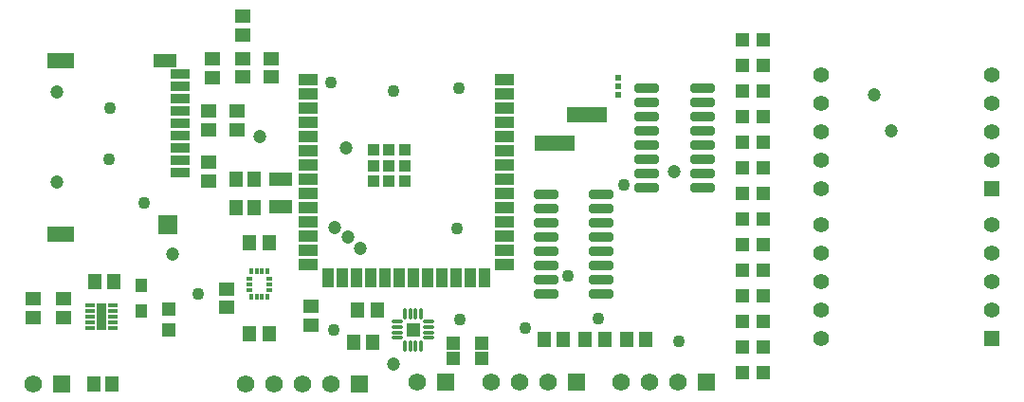
<source format=gbr>
G04*
G04 #@! TF.GenerationSoftware,Altium Limited,Altium Designer,24.7.2 (38)*
G04*
G04 Layer_Color=8388736*
%FSLAX25Y25*%
%MOIN*%
G70*
G04*
G04 #@! TF.SameCoordinates,557B2C77-FFCE-42D9-A2FA-4134FEC932EB*
G04*
G04*
G04 #@! TF.FilePolarity,Negative*
G04*
G01*
G75*
%ADD23R,0.04724X0.04724*%
%ADD24R,0.04550X0.05544*%
%ADD25R,0.05143X0.04545*%
%ADD27R,0.05544X0.04550*%
%ADD29R,0.04940X0.05733*%
%ADD30R,0.03937X0.04528*%
%ADD31R,0.05733X0.04940*%
%ADD36R,0.04724X0.04724*%
G04:AMPARAMS|DCode=37|XSize=85.56mil|YSize=31.62mil|CornerRadius=6.95mil|HoleSize=0mil|Usage=FLASHONLY|Rotation=0.000|XOffset=0mil|YOffset=0mil|HoleType=Round|Shape=RoundedRectangle|*
%AMROUNDEDRECTD37*
21,1,0.08556,0.01772,0,0,0.0*
21,1,0.07165,0.03162,0,0,0.0*
1,1,0.01391,0.03583,-0.00886*
1,1,0.01391,-0.03583,-0.00886*
1,1,0.01391,-0.03583,0.00886*
1,1,0.01391,0.03583,0.00886*
%
%ADD37ROUNDEDRECTD37*%
%ADD38R,0.04343X0.06706*%
%ADD39R,0.06706X0.04343*%
%ADD40R,0.04343X0.04343*%
%ADD41R,0.07887X0.04824*%
%ADD42R,0.01484X0.02370*%
%ADD43R,0.09461X0.05524*%
%ADD44R,0.06706X0.07099*%
%ADD45R,0.07099X0.03556*%
%ADD46R,0.14304X0.05800*%
%ADD47R,0.02370X0.01484*%
%ADD48R,0.08280X0.05131*%
G04:AMPARAMS|DCode=49|XSize=34.13mil|YSize=15.63mil|CornerRadius=2.87mil|HoleSize=0mil|Usage=FLASHONLY|Rotation=0.000|XOffset=0mil|YOffset=0mil|HoleType=Round|Shape=RoundedRectangle|*
%AMROUNDEDRECTD49*
21,1,0.03413,0.00989,0,0,0.0*
21,1,0.02839,0.01563,0,0,0.0*
1,1,0.00574,0.01420,-0.00494*
1,1,0.00574,-0.01420,-0.00494*
1,1,0.00574,-0.01420,0.00494*
1,1,0.00574,0.01420,0.00494*
%
%ADD49ROUNDEDRECTD49*%
%ADD50R,0.03607X0.09749*%
G04:AMPARAMS|DCode=51|XSize=14.63mil|YSize=37.07mil|CornerRadius=3.33mil|HoleSize=0mil|Usage=FLASHONLY|Rotation=0.000|XOffset=0mil|YOffset=0mil|HoleType=Round|Shape=RoundedRectangle|*
%AMROUNDEDRECTD51*
21,1,0.01463,0.03041,0,0,0.0*
21,1,0.00797,0.03707,0,0,0.0*
1,1,0.00666,0.00399,-0.01521*
1,1,0.00666,-0.00399,-0.01521*
1,1,0.00666,-0.00399,0.01521*
1,1,0.00666,0.00399,0.01521*
%
%ADD51ROUNDEDRECTD51*%
G04:AMPARAMS|DCode=52|XSize=15.63mil|YSize=38.07mil|CornerRadius=3.83mil|HoleSize=0mil|Usage=FLASHONLY|Rotation=0.000|XOffset=0mil|YOffset=0mil|HoleType=Round|Shape=RoundedRectangle|*
%AMROUNDEDRECTD52*
21,1,0.01563,0.03041,0,0,0.0*
21,1,0.00797,0.03807,0,0,0.0*
1,1,0.00766,0.00399,-0.01521*
1,1,0.00766,-0.00399,-0.01521*
1,1,0.00766,-0.00399,0.01521*
1,1,0.00766,0.00399,0.01521*
%
%ADD52ROUNDEDRECTD52*%
G04:AMPARAMS|DCode=53|XSize=37.07mil|YSize=14.63mil|CornerRadius=3.33mil|HoleSize=0mil|Usage=FLASHONLY|Rotation=0.000|XOffset=0mil|YOffset=0mil|HoleType=Round|Shape=RoundedRectangle|*
%AMROUNDEDRECTD53*
21,1,0.03707,0.00797,0,0,0.0*
21,1,0.03041,0.01463,0,0,0.0*
1,1,0.00666,0.01521,-0.00399*
1,1,0.00666,-0.01521,-0.00399*
1,1,0.00666,-0.01521,0.00399*
1,1,0.00666,0.01521,0.00399*
%
%ADD53ROUNDEDRECTD53*%
G04:AMPARAMS|DCode=54|XSize=38.07mil|YSize=15.63mil|CornerRadius=3.83mil|HoleSize=0mil|Usage=FLASHONLY|Rotation=0.000|XOffset=0mil|YOffset=0mil|HoleType=Round|Shape=RoundedRectangle|*
%AMROUNDEDRECTD54*
21,1,0.03807,0.00797,0,0,0.0*
21,1,0.03041,0.01563,0,0,0.0*
1,1,0.00766,0.01521,-0.00399*
1,1,0.00766,-0.01521,-0.00399*
1,1,0.00766,-0.01521,0.00399*
1,1,0.00766,0.01521,0.00399*
%
%ADD54ROUNDEDRECTD54*%
%ADD55R,0.05131X0.05131*%
%ADD56C,0.02375*%
%ADD57C,0.04737*%
%ADD58C,0.06194*%
%ADD59R,0.06194X0.06194*%
%ADD60R,0.05595X0.05595*%
%ADD61C,0.05595*%
%ADD62C,0.04343*%
D23*
X64500Y38957D02*
D03*
Y46043D02*
D03*
D24*
X211149Y35500D02*
D03*
X217851D02*
D03*
X196649D02*
D03*
X203351D02*
D03*
X99851Y69500D02*
D03*
X93149D02*
D03*
X232351Y35500D02*
D03*
X225649D02*
D03*
X93149Y37500D02*
D03*
X99851D02*
D03*
X131149Y46000D02*
D03*
X137851D02*
D03*
D25*
X174500Y34161D02*
D03*
Y28839D02*
D03*
X164500D02*
D03*
Y34161D02*
D03*
D27*
X90500Y142649D02*
D03*
Y149351D02*
D03*
X80000Y134351D02*
D03*
Y127649D02*
D03*
X78500Y97851D02*
D03*
Y91149D02*
D03*
Y109149D02*
D03*
Y115851D02*
D03*
X88500D02*
D03*
Y109149D02*
D03*
X114500Y40649D02*
D03*
Y47351D02*
D03*
D29*
X44751Y20000D02*
D03*
X38249D02*
D03*
X38749Y56000D02*
D03*
X45251D02*
D03*
X129749Y34500D02*
D03*
X136251D02*
D03*
X94751Y82000D02*
D03*
X88249D02*
D03*
X94751Y92000D02*
D03*
X88249D02*
D03*
D30*
X55000Y54626D02*
D03*
Y45374D02*
D03*
D31*
X17000Y49751D02*
D03*
Y43249D02*
D03*
X27500Y49751D02*
D03*
Y43249D02*
D03*
X100500Y134251D02*
D03*
Y127749D02*
D03*
X85000Y53251D02*
D03*
Y46749D02*
D03*
X90500Y127749D02*
D03*
Y134251D02*
D03*
D36*
X266457Y24000D02*
D03*
X273543D02*
D03*
X266457Y42000D02*
D03*
X273543D02*
D03*
X266457Y33000D02*
D03*
X273543D02*
D03*
X266457Y51000D02*
D03*
X273543D02*
D03*
X266457Y60000D02*
D03*
X273543D02*
D03*
X266457Y69000D02*
D03*
X273543D02*
D03*
X266457Y78000D02*
D03*
X273543D02*
D03*
X266413Y96000D02*
D03*
X273500D02*
D03*
X266457Y87000D02*
D03*
X273543D02*
D03*
Y132000D02*
D03*
X266457D02*
D03*
Y141000D02*
D03*
X273543D02*
D03*
X266457Y123000D02*
D03*
X273543D02*
D03*
X266457Y114000D02*
D03*
X273543D02*
D03*
X266457Y105000D02*
D03*
X273543D02*
D03*
D37*
X232756Y124000D02*
D03*
Y119000D02*
D03*
Y114000D02*
D03*
Y109000D02*
D03*
Y104000D02*
D03*
Y99000D02*
D03*
Y94000D02*
D03*
Y89000D02*
D03*
X252244D02*
D03*
Y94000D02*
D03*
Y99000D02*
D03*
Y104000D02*
D03*
Y109000D02*
D03*
Y114000D02*
D03*
Y119000D02*
D03*
Y124000D02*
D03*
X197256Y86500D02*
D03*
Y81500D02*
D03*
Y76500D02*
D03*
Y71500D02*
D03*
Y66500D02*
D03*
Y61500D02*
D03*
Y56500D02*
D03*
Y51500D02*
D03*
X216744D02*
D03*
Y56500D02*
D03*
Y61500D02*
D03*
Y66500D02*
D03*
Y71500D02*
D03*
Y76500D02*
D03*
Y81500D02*
D03*
Y86500D02*
D03*
D38*
X175551Y57079D02*
D03*
X170551Y57079D02*
D03*
X165551Y57079D02*
D03*
X160551Y57079D02*
D03*
X155551Y57079D02*
D03*
X150551Y57079D02*
D03*
X145551Y57079D02*
D03*
X140551Y57079D02*
D03*
X135551Y57079D02*
D03*
X130551Y57079D02*
D03*
X125551D02*
D03*
X120551Y57079D02*
D03*
D39*
X182500Y127000D02*
D03*
X182500Y122000D02*
D03*
X182500Y117000D02*
D03*
X182500Y112000D02*
D03*
X182500Y107000D02*
D03*
X182500Y102000D02*
D03*
X182500Y97000D02*
D03*
X182500Y92000D02*
D03*
X182500Y87000D02*
D03*
X182500Y82000D02*
D03*
X182500Y77000D02*
D03*
X182500Y72000D02*
D03*
Y67000D02*
D03*
Y62000D02*
D03*
X113602D02*
D03*
X113602Y67000D02*
D03*
X113602Y72000D02*
D03*
Y77000D02*
D03*
X113602Y82000D02*
D03*
X113602Y87000D02*
D03*
X113602Y92000D02*
D03*
Y97000D02*
D03*
Y102000D02*
D03*
X113602Y107000D02*
D03*
X113602Y112000D02*
D03*
Y117000D02*
D03*
Y122000D02*
D03*
Y127000D02*
D03*
D40*
X147658Y102118D02*
D03*
X142146Y102118D02*
D03*
X136634Y102118D02*
D03*
X147658Y91094D02*
D03*
X142146Y91094D02*
D03*
X136634Y91094D02*
D03*
X147657Y96606D02*
D03*
X136634D02*
D03*
X142146D02*
D03*
D41*
X63394Y133512D02*
D03*
D42*
X99453Y59577D02*
D03*
Y50423D02*
D03*
X93547D02*
D03*
X95516D02*
D03*
X97484D02*
D03*
X93547Y59577D02*
D03*
X95516D02*
D03*
X97484D02*
D03*
D43*
X26779Y133512D02*
D03*
Y72488D02*
D03*
D44*
X64378Y76032D02*
D03*
D45*
X68512Y128787D02*
D03*
Y124457D02*
D03*
Y120126D02*
D03*
Y115795D02*
D03*
Y111465D02*
D03*
Y107134D02*
D03*
Y102803D02*
D03*
Y98472D02*
D03*
Y94142D02*
D03*
D46*
X211748Y114500D02*
D03*
X200252Y104500D02*
D03*
D47*
X92908Y53031D02*
D03*
Y56968D02*
D03*
Y55000D02*
D03*
X100092Y53031D02*
D03*
Y56968D02*
D03*
Y55000D02*
D03*
D48*
X104000Y82079D02*
D03*
Y91921D02*
D03*
D49*
X36983Y47437D02*
D03*
Y45469D02*
D03*
Y43500D02*
D03*
Y41532D02*
D03*
Y39563D02*
D03*
X45017D02*
D03*
Y41532D02*
D03*
Y43500D02*
D03*
Y45469D02*
D03*
Y47437D02*
D03*
D50*
X41000Y43500D02*
D03*
D51*
X147547Y33350D02*
D03*
X153453D02*
D03*
Y44650D02*
D03*
X147547D02*
D03*
D52*
X149516Y33350D02*
D03*
X151484D02*
D03*
Y44650D02*
D03*
X149516D02*
D03*
D53*
X144850Y41953D02*
D03*
Y36047D02*
D03*
X156150D02*
D03*
Y41953D02*
D03*
D54*
X144850Y39984D02*
D03*
Y38016D02*
D03*
X156150D02*
D03*
Y39984D02*
D03*
D55*
X150500Y39000D02*
D03*
D56*
X41000Y46440D02*
D03*
X222500Y121500D02*
D03*
Y124440D02*
D03*
Y127380D02*
D03*
X41000Y43500D02*
D03*
Y40560D02*
D03*
D57*
X25205Y122488D02*
D03*
Y90992D02*
D03*
X312500Y121500D02*
D03*
X242255Y94666D02*
D03*
X143500Y27000D02*
D03*
X96500Y107000D02*
D03*
X66000Y65500D02*
D03*
X127000Y103000D02*
D03*
X132000Y67500D02*
D03*
X127500Y71500D02*
D03*
X123000Y75000D02*
D03*
X318500Y109000D02*
D03*
D58*
X178000Y20500D02*
D03*
X188000D02*
D03*
X198000D02*
D03*
X17000Y20000D02*
D03*
X152000Y20500D02*
D03*
X91500Y20000D02*
D03*
X101500D02*
D03*
X111500D02*
D03*
X121500D02*
D03*
X223500Y20500D02*
D03*
X233500D02*
D03*
X243500D02*
D03*
D59*
X208000D02*
D03*
X27000Y20000D02*
D03*
X162000Y20500D02*
D03*
X131500Y20000D02*
D03*
X253500Y20500D02*
D03*
D60*
X354000Y36000D02*
D03*
Y88500D02*
D03*
D61*
Y46000D02*
D03*
Y56000D02*
D03*
Y66000D02*
D03*
Y76000D02*
D03*
X294000D02*
D03*
Y66000D02*
D03*
Y56000D02*
D03*
Y46000D02*
D03*
Y36000D02*
D03*
X354000Y98500D02*
D03*
Y108500D02*
D03*
Y118500D02*
D03*
Y128500D02*
D03*
X294000D02*
D03*
Y118500D02*
D03*
Y108500D02*
D03*
Y98500D02*
D03*
Y88500D02*
D03*
D62*
X56000Y83500D02*
D03*
X43500Y99000D02*
D03*
X44000Y117000D02*
D03*
X143500Y123000D02*
D03*
X166500Y124000D02*
D03*
X166000Y74500D02*
D03*
X244000Y35000D02*
D03*
X215500Y43000D02*
D03*
X190000Y39500D02*
D03*
X122500Y39000D02*
D03*
X224500Y90000D02*
D03*
X205000Y58000D02*
D03*
X167000Y42500D02*
D03*
X121500Y126000D02*
D03*
X75000Y51500D02*
D03*
M02*

</source>
